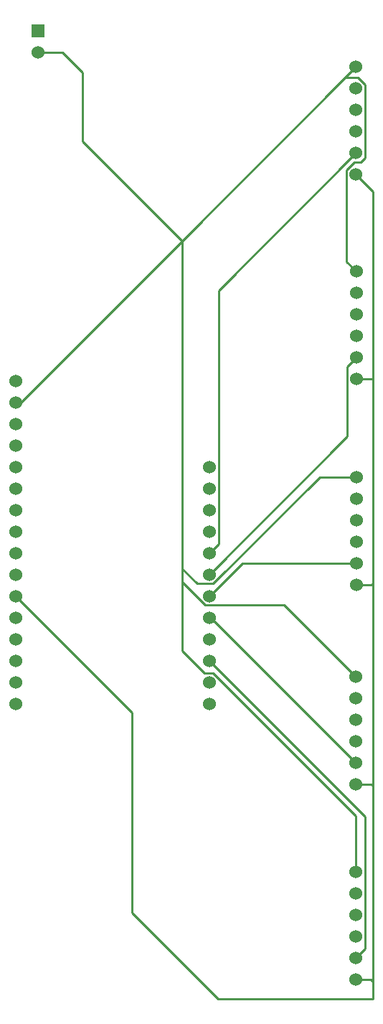
<source format=gtl>
%TF.GenerationSoftware,KiCad,Pcbnew,(6.0.2)*%
%TF.CreationDate,2022-04-04T15:14:36-07:00*%
%TF.ProjectId,tc_pcb_f,74635f70-6362-45f6-962e-6b696361645f,rev?*%
%TF.SameCoordinates,Original*%
%TF.FileFunction,Copper,L1,Top*%
%TF.FilePolarity,Positive*%
%FSLAX46Y46*%
G04 Gerber Fmt 4.6, Leading zero omitted, Abs format (unit mm)*
G04 Created by KiCad (PCBNEW (6.0.2)) date 2022-04-04 15:14:36*
%MOMM*%
%LPD*%
G01*
G04 APERTURE LIST*
%TA.AperFunction,ComponentPad*%
%ADD10C,1.524000*%
%TD*%
%TA.AperFunction,ComponentPad*%
%ADD11R,1.524000X1.524000*%
%TD*%
%TA.AperFunction,Conductor*%
%ADD12C,0.250000*%
%TD*%
G04 APERTURE END LIST*
D10*
%TO.P,U6,1,Vin*%
%TO.N,VCC*%
X145621200Y-95676200D03*
%TO.P,U6,2,3Vo*%
%TO.N,unconnected-(U6-Pad2)*%
X145621200Y-98216200D03*
%TO.P,U6,3,GND*%
%TO.N,GND*%
X145621200Y-100756200D03*
%TO.P,U6,4,D0*%
%TO.N,PB3*%
X145621200Y-103296200D03*
%TO.P,U6,5,CS*%
%TO.N,PB6*%
X145621200Y-105836200D03*
%TO.P,U6,6,CLK*%
%TO.N,PB1*%
X145621200Y-108376200D03*
%TD*%
%TO.P,U2,1,Vin*%
%TO.N,VCC*%
X145651200Y-71444600D03*
%TO.P,U2,2,3Vo*%
%TO.N,unconnected-(U2-Pad2)*%
X145651200Y-73984600D03*
%TO.P,U2,3,GND*%
%TO.N,GND*%
X145651200Y-76524600D03*
%TO.P,U2,4,D0*%
%TO.N,PB3*%
X145651200Y-79064600D03*
%TO.P,U2,5,CS*%
%TO.N,PB7*%
X145651200Y-81604600D03*
%TO.P,U2,6,CLK*%
%TO.N,PB1*%
X145651200Y-84144600D03*
%TD*%
%TO.P,U3,1,Vin*%
%TO.N,VCC*%
X145575000Y-47314600D03*
%TO.P,U3,2,3Vo*%
%TO.N,unconnected-(U3-Pad2)*%
X145575000Y-49854600D03*
%TO.P,U3,3,GND*%
%TO.N,GND*%
X145575000Y-52394600D03*
%TO.P,U3,4,D0*%
%TO.N,PB3*%
X145575000Y-54934600D03*
%TO.P,U3,5,CS*%
%TO.N,PD6*%
X145575000Y-57474600D03*
%TO.P,U3,6,CLK*%
%TO.N,PB1*%
X145575000Y-60014600D03*
%TD*%
%TO.P,U5,1,Vin*%
%TO.N,VCC*%
X145570400Y-119247400D03*
%TO.P,U5,2,3Vo*%
%TO.N,unconnected-(U5-Pad2)*%
X145570400Y-121787400D03*
%TO.P,U5,3,GND*%
%TO.N,GND*%
X145570400Y-124327400D03*
%TO.P,U5,4,D0*%
%TO.N,PB3*%
X145570400Y-126867400D03*
%TO.P,U5,5,CS*%
%TO.N,PB5*%
X145570400Y-129407400D03*
%TO.P,U5,6,CLK*%
%TO.N,PB1*%
X145570400Y-131947400D03*
%TD*%
%TO.P,U4,1,Vin*%
%TO.N,VCC*%
X145595800Y-142259800D03*
%TO.P,U4,2,3Vo*%
%TO.N,unconnected-(U4-Pad2)*%
X145595800Y-144799800D03*
%TO.P,U4,3,GND*%
%TO.N,GND*%
X145595800Y-147339800D03*
%TO.P,U4,4,D0*%
%TO.N,PB3*%
X145595800Y-149879800D03*
%TO.P,U4,5,CS*%
%TO.N,PC6*%
X145595800Y-152419800D03*
%TO.P,U4,6,CLK*%
%TO.N,PB1*%
X145595800Y-154959800D03*
%TD*%
D11*
%TO.P,U7,1,GND*%
%TO.N,GND*%
X108026200Y-43027600D03*
D10*
%TO.P,U7,2,pwr1*%
%TO.N,VCC*%
X108026200Y-45567600D03*
%TD*%
%TO.P,U1,1,~{RESET*%
%TO.N,unconnected-(U1-Pad1)*%
X105410000Y-84328000D03*
%TO.P,U1,2,3V3*%
%TO.N,VCC*%
X105410000Y-86868000D03*
%TO.P,U1,3,AREF*%
%TO.N,unconnected-(U1-Pad3)*%
X105410000Y-89408000D03*
%TO.P,U1,4,GND*%
%TO.N,GND*%
X105410000Y-91948000D03*
%TO.P,U1,5,PF7*%
%TO.N,unconnected-(U1-Pad5)*%
X105410000Y-94488000D03*
%TO.P,U1,6,PF6*%
%TO.N,unconnected-(U1-Pad6)*%
X105410000Y-97028000D03*
%TO.P,U1,7,PF5*%
%TO.N,unconnected-(U1-Pad7)*%
X105410000Y-99568000D03*
%TO.P,U1,8,PF4*%
%TO.N,unconnected-(U1-Pad8)*%
X105410000Y-102108000D03*
%TO.P,U1,9,PF1*%
%TO.N,unconnected-(U1-Pad9)*%
X105410000Y-104648000D03*
%TO.P,U1,10,PF0*%
%TO.N,unconnected-(U1-Pad10)*%
X105410000Y-107188000D03*
%TO.P,U1,11,PB1*%
%TO.N,PB1*%
X105410000Y-109728000D03*
%TO.P,U1,12,PB2*%
%TO.N,unconnected-(U1-Pad12)*%
X105410000Y-112268000D03*
%TO.P,U1,13,PB3*%
%TO.N,PB3*%
X105410000Y-114808000D03*
%TO.P,U1,14,PD2*%
%TO.N,unconnected-(U1-Pad14)*%
X105410000Y-117348000D03*
%TO.P,U1,15,PD3*%
%TO.N,unconnected-(U1-Pad15)*%
X105410000Y-119888000D03*
%TO.P,U1,16,IO1*%
%TO.N,unconnected-(U1-Pad16)*%
X105410000Y-122428000D03*
%TO.P,U1,19,PD1*%
%TO.N,unconnected-(U1-Pad19)*%
X128270000Y-122428000D03*
%TO.P,U1,20,PD0*%
%TO.N,unconnected-(U1-Pad20)*%
X128270000Y-119888000D03*
%TO.P,U1,21,PC6*%
%TO.N,PC6*%
X128270000Y-117348000D03*
%TO.P,U1,22,PD7*%
%TO.N,unconnected-(U1-Pad22)*%
X128270000Y-114808000D03*
%TO.P,U1,23,PB5*%
%TO.N,PB5*%
X128270000Y-112268000D03*
%TO.P,U1,24,PB6*%
%TO.N,PB6*%
X128270000Y-109728000D03*
%TO.P,U1,25,PB7*%
%TO.N,PB7*%
X128270000Y-107188000D03*
%TO.P,U1,26,PD6*%
%TO.N,PD6*%
X128270000Y-104648000D03*
%TO.P,U1,27,PC7*%
%TO.N,unconnected-(U1-Pad27)*%
X128270000Y-102108000D03*
%TO.P,U1,28,VBUS*%
%TO.N,unconnected-(U1-Pad28)*%
X128270000Y-99568000D03*
%TO.P,U1,29,En*%
%TO.N,unconnected-(U1-Pad29)*%
X128270000Y-97028000D03*
%TO.P,U1,30,VBAT*%
%TO.N,unconnected-(U1-Pad30)*%
X128270000Y-94488000D03*
%TD*%
D12*
%TO.N,VCC*%
X144488489Y-70281889D02*
X144488489Y-59473511D01*
X145595800Y-135677240D02*
X128720049Y-118801489D01*
X128720049Y-118801489D02*
X127691489Y-118801489D01*
X145575000Y-47314600D02*
X144323800Y-48565800D01*
X127819951Y-110814511D02*
X125070600Y-108065160D01*
X146661511Y-58062489D02*
X146661511Y-49379511D01*
X110972600Y-45567600D02*
X108026200Y-45567600D01*
X137137511Y-110814511D02*
X127819951Y-110814511D01*
X113334800Y-56083200D02*
X113334800Y-47929800D01*
X125070600Y-108065160D02*
X125070600Y-67819000D01*
X145570400Y-119247400D02*
X137137511Y-110814511D01*
X145400889Y-58561111D02*
X146162889Y-58561111D01*
X141318360Y-95676200D02*
X128720049Y-108274511D01*
X113334800Y-47929800D02*
X110972600Y-45567600D01*
X145621200Y-95676200D02*
X141318360Y-95676200D01*
X125070600Y-106528600D02*
X125070600Y-67819000D01*
X145651200Y-71444600D02*
X144488489Y-70281889D01*
X125070600Y-67819000D02*
X106021600Y-86868000D01*
X144488489Y-59473511D02*
X145400889Y-58561111D01*
X145595800Y-142259800D02*
X145595800Y-135677240D01*
X106021600Y-86868000D02*
X105410000Y-86868000D01*
X127691489Y-118801489D02*
X125070600Y-116180600D01*
X125070600Y-116180600D02*
X125070600Y-108065160D01*
X144323800Y-48565800D02*
X125070600Y-67819000D01*
X146661511Y-49379511D02*
X145847800Y-48565800D01*
X126816511Y-108274511D02*
X125070600Y-106528600D01*
X146162889Y-58561111D02*
X146661511Y-58062489D01*
X128720049Y-108274511D02*
X126816511Y-108274511D01*
X145847800Y-48565800D02*
X144323800Y-48565800D01*
X125070600Y-67819000D02*
X113334800Y-56083200D01*
%TO.N,PB5*%
X145570400Y-129407400D02*
X128431000Y-112268000D01*
X128431000Y-112268000D02*
X128270000Y-112268000D01*
%TO.N,PB6*%
X132161800Y-105836200D02*
X128270000Y-109728000D01*
X145621200Y-105836200D02*
X132161800Y-105836200D01*
%TO.N,PB7*%
X144564689Y-82691111D02*
X144564689Y-90893311D01*
X144564689Y-90893311D02*
X128270000Y-107188000D01*
X145651200Y-81604600D02*
X144564689Y-82691111D01*
%TO.N,PD6*%
X129356511Y-103561489D02*
X128270000Y-104648000D01*
X145575000Y-57474600D02*
X129356511Y-73693089D01*
X129356511Y-73693089D02*
X129356511Y-103561489D01*
%TO.N,PC6*%
X146682311Y-135760311D02*
X128270000Y-117348000D01*
X146682311Y-151333289D02*
X146682311Y-135760311D01*
X145595800Y-152419800D02*
X146682311Y-151333289D01*
%TO.N,PB1*%
X147574000Y-84074000D02*
X147574000Y-108204000D01*
X145595800Y-154959800D02*
X147339800Y-154959800D01*
X145575000Y-60014600D02*
X147574000Y-62013600D01*
X147574000Y-132080000D02*
X147574000Y-155194000D01*
X147503400Y-84144600D02*
X147574000Y-84074000D01*
X119126000Y-123444000D02*
X105410000Y-109728000D01*
X145231600Y-131947400D02*
X145307711Y-132023511D01*
X145257000Y-108376200D02*
X145307711Y-108426911D01*
X145621200Y-108376200D02*
X147401800Y-108376200D01*
X147574000Y-62013600D02*
X147574000Y-84074000D01*
X145651200Y-84144600D02*
X147503400Y-84144600D01*
X145570400Y-131947400D02*
X147441400Y-131947400D01*
X147574000Y-157226000D02*
X129286000Y-157226000D01*
X119126000Y-147066000D02*
X119126000Y-123444000D01*
X147441400Y-131947400D02*
X147574000Y-132080000D01*
X129286000Y-157226000D02*
X119126000Y-147066000D01*
X147339800Y-154959800D02*
X147574000Y-155194000D01*
X145268200Y-84144600D02*
X145307711Y-84105089D01*
X147574000Y-108204000D02*
X147574000Y-132080000D01*
X147574000Y-155194000D02*
X147574000Y-157226000D01*
X147401800Y-108376200D02*
X147574000Y-108204000D01*
%TD*%
M02*

</source>
